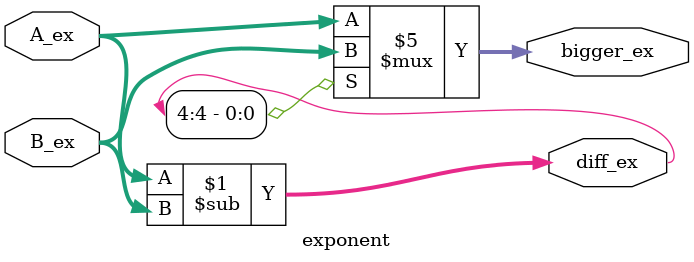
<source format=sv>
module exponent(
input [3:0] A_ex, B_ex,
output [3:0] bigger_ex,
output [4:0] diff_ex
);

assign diff_ex = A_ex - B_ex;

always_comb begin
	if (diff_ex[4] == 0) 
		bigger_ex <= A_ex;
	else 
		bigger_ex <= B_ex;
end

endmodule
</source>
